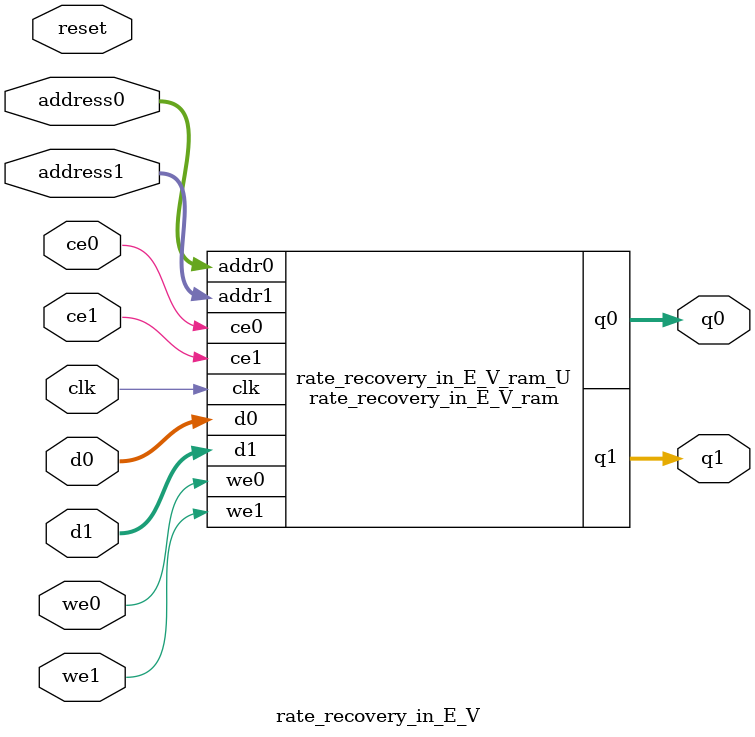
<source format=v>
`timescale 1 ns / 1 ps
module rate_recovery_in_E_V_ram (addr0, ce0, d0, we0, q0, addr1, ce1, d1, we1, q1,  clk);

parameter DWIDTH = 8;
parameter AWIDTH = 10;
parameter MEM_SIZE = 896;

input[AWIDTH-1:0] addr0;
input ce0;
input[DWIDTH-1:0] d0;
input we0;
output reg[DWIDTH-1:0] q0;
input[AWIDTH-1:0] addr1;
input ce1;
input[DWIDTH-1:0] d1;
input we1;
output reg[DWIDTH-1:0] q1;
input clk;

(* ram_style = "block" *)reg [DWIDTH-1:0] ram[0:MEM_SIZE-1];




always @(posedge clk)  
begin 
    if (ce0) 
    begin
        if (we0) 
        begin 
            ram[addr0] <= d0; 
        end 
        q0 <= ram[addr0];
    end
end


always @(posedge clk)  
begin 
    if (ce1) 
    begin
        if (we1) 
        begin 
            ram[addr1] <= d1; 
        end 
        q1 <= ram[addr1];
    end
end


endmodule

`timescale 1 ns / 1 ps
module rate_recovery_in_E_V(
    reset,
    clk,
    address0,
    ce0,
    we0,
    d0,
    q0,
    address1,
    ce1,
    we1,
    d1,
    q1);

parameter DataWidth = 32'd8;
parameter AddressRange = 32'd896;
parameter AddressWidth = 32'd10;
input reset;
input clk;
input[AddressWidth - 1:0] address0;
input ce0;
input we0;
input[DataWidth - 1:0] d0;
output[DataWidth - 1:0] q0;
input[AddressWidth - 1:0] address1;
input ce1;
input we1;
input[DataWidth - 1:0] d1;
output[DataWidth - 1:0] q1;



rate_recovery_in_E_V_ram rate_recovery_in_E_V_ram_U(
    .clk( clk ),
    .addr0( address0 ),
    .ce0( ce0 ),
    .we0( we0 ),
    .d0( d0 ),
    .q0( q0 ),
    .addr1( address1 ),
    .ce1( ce1 ),
    .we1( we1 ),
    .d1( d1 ),
    .q1( q1 ));

endmodule


</source>
